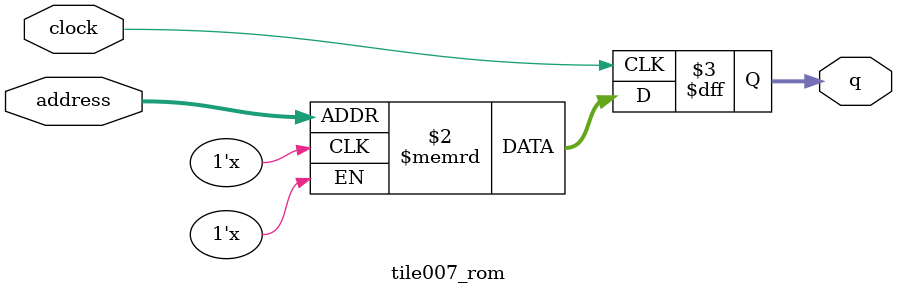
<source format=sv>
module tile007_rom (
	input logic clock,
	input logic [9:0] address,
	output logic [3:0] q
);

logic [3:0] memory [0:1023] /* synthesis ram_init_file = "./tile007/tile007.mif" */;

always_ff @ (posedge clock) begin
	q <= memory[address];
end

endmodule

</source>
